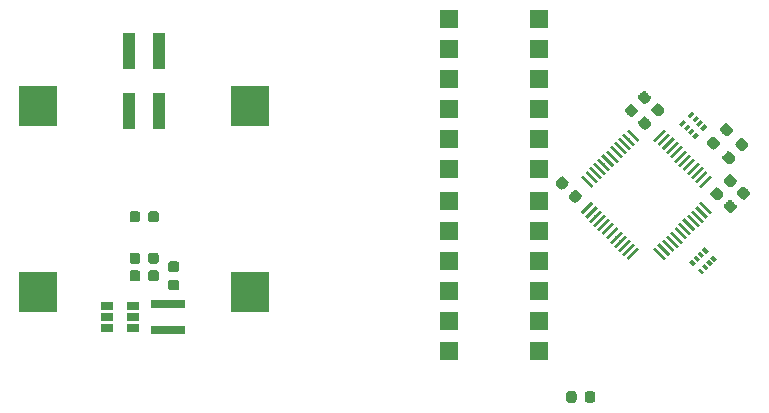
<source format=gbr>
G04 #@! TF.GenerationSoftware,KiCad,Pcbnew,(5.0.0)*
G04 #@! TF.CreationDate,2019-02-27T16:16:10+00:00*
G04 #@! TF.ProjectId,BubbleWatch,427562626C6557617463682E6B696361,rev?*
G04 #@! TF.SameCoordinates,Original*
G04 #@! TF.FileFunction,Paste,Top*
G04 #@! TF.FilePolarity,Positive*
%FSLAX46Y46*%
G04 Gerber Fmt 4.6, Leading zero omitted, Abs format (unit mm)*
G04 Created by KiCad (PCBNEW (5.0.0)) date 02/27/19 16:16:10*
%MOMM*%
%LPD*%
G01*
G04 APERTURE LIST*
%ADD10C,0.250000*%
%ADD11C,0.100000*%
%ADD12R,1.600000X1.600000*%
%ADD13C,0.320000*%
%ADD14R,3.300000X3.500000*%
%ADD15C,0.875000*%
%ADD16R,2.900000X0.800000*%
%ADD17R,1.060000X0.650000*%
%ADD18R,1.000000X3.150000*%
G04 APERTURE END LIST*
D10*
G04 #@! TO.C,U3*
X151544874Y-77482384D03*
D11*
G36*
X151916105Y-76934376D02*
X152092882Y-77111153D01*
X151173643Y-78030392D01*
X150996866Y-77853615D01*
X151916105Y-76934376D01*
X151916105Y-76934376D01*
G37*
D10*
X151191321Y-77128831D03*
D11*
G36*
X151562552Y-76580823D02*
X151739329Y-76757600D01*
X150820090Y-77676839D01*
X150643313Y-77500062D01*
X151562552Y-76580823D01*
X151562552Y-76580823D01*
G37*
D10*
X150837767Y-76775277D03*
D11*
G36*
X151208998Y-76227269D02*
X151385775Y-76404046D01*
X150466536Y-77323285D01*
X150289759Y-77146508D01*
X151208998Y-76227269D01*
X151208998Y-76227269D01*
G37*
D10*
X150484214Y-76421724D03*
D11*
G36*
X150855445Y-75873716D02*
X151032222Y-76050493D01*
X150112983Y-76969732D01*
X149936206Y-76792955D01*
X150855445Y-75873716D01*
X150855445Y-75873716D01*
G37*
D10*
X150130661Y-76068171D03*
D11*
G36*
X150501892Y-75520163D02*
X150678669Y-75696940D01*
X149759430Y-76616179D01*
X149582653Y-76439402D01*
X150501892Y-75520163D01*
X150501892Y-75520163D01*
G37*
D10*
X149777107Y-75714617D03*
D11*
G36*
X150148338Y-75166609D02*
X150325115Y-75343386D01*
X149405876Y-76262625D01*
X149229099Y-76085848D01*
X150148338Y-75166609D01*
X150148338Y-75166609D01*
G37*
D10*
X149423554Y-75361064D03*
D11*
G36*
X149794785Y-74813056D02*
X149971562Y-74989833D01*
X149052323Y-75909072D01*
X148875546Y-75732295D01*
X149794785Y-74813056D01*
X149794785Y-74813056D01*
G37*
D10*
X149070000Y-75007510D03*
D11*
G36*
X149441231Y-74459502D02*
X149618008Y-74636279D01*
X148698769Y-75555518D01*
X148521992Y-75378741D01*
X149441231Y-74459502D01*
X149441231Y-74459502D01*
G37*
D10*
X148716447Y-74653957D03*
D11*
G36*
X149087678Y-74105949D02*
X149264455Y-74282726D01*
X148345216Y-75201965D01*
X148168439Y-75025188D01*
X149087678Y-74105949D01*
X149087678Y-74105949D01*
G37*
D10*
X148362894Y-74300404D03*
D11*
G36*
X148734125Y-73752396D02*
X148910902Y-73929173D01*
X147991663Y-74848412D01*
X147814886Y-74671635D01*
X148734125Y-73752396D01*
X148734125Y-73752396D01*
G37*
D10*
X148009340Y-73946850D03*
D11*
G36*
X148380571Y-73398842D02*
X148557348Y-73575619D01*
X147638109Y-74494858D01*
X147461332Y-74318081D01*
X148380571Y-73398842D01*
X148380571Y-73398842D01*
G37*
D10*
X147655787Y-73593297D03*
D11*
G36*
X148027018Y-73045289D02*
X148203795Y-73222066D01*
X147284556Y-74141305D01*
X147107779Y-73964528D01*
X148027018Y-73045289D01*
X148027018Y-73045289D01*
G37*
D10*
X145393045Y-73593297D03*
D11*
G36*
X144845037Y-73222066D02*
X145021814Y-73045289D01*
X145941053Y-73964528D01*
X145764276Y-74141305D01*
X144845037Y-73222066D01*
X144845037Y-73222066D01*
G37*
D10*
X145039492Y-73946850D03*
D11*
G36*
X144491484Y-73575619D02*
X144668261Y-73398842D01*
X145587500Y-74318081D01*
X145410723Y-74494858D01*
X144491484Y-73575619D01*
X144491484Y-73575619D01*
G37*
D10*
X144685938Y-74300404D03*
D11*
G36*
X144137930Y-73929173D02*
X144314707Y-73752396D01*
X145233946Y-74671635D01*
X145057169Y-74848412D01*
X144137930Y-73929173D01*
X144137930Y-73929173D01*
G37*
D10*
X144332385Y-74653957D03*
D11*
G36*
X143784377Y-74282726D02*
X143961154Y-74105949D01*
X144880393Y-75025188D01*
X144703616Y-75201965D01*
X143784377Y-74282726D01*
X143784377Y-74282726D01*
G37*
D10*
X143978832Y-75007510D03*
D11*
G36*
X143430824Y-74636279D02*
X143607601Y-74459502D01*
X144526840Y-75378741D01*
X144350063Y-75555518D01*
X143430824Y-74636279D01*
X143430824Y-74636279D01*
G37*
D10*
X143625278Y-75361064D03*
D11*
G36*
X143077270Y-74989833D02*
X143254047Y-74813056D01*
X144173286Y-75732295D01*
X143996509Y-75909072D01*
X143077270Y-74989833D01*
X143077270Y-74989833D01*
G37*
D10*
X143271725Y-75714617D03*
D11*
G36*
X142723717Y-75343386D02*
X142900494Y-75166609D01*
X143819733Y-76085848D01*
X143642956Y-76262625D01*
X142723717Y-75343386D01*
X142723717Y-75343386D01*
G37*
D10*
X142918171Y-76068171D03*
D11*
G36*
X142370163Y-75696940D02*
X142546940Y-75520163D01*
X143466179Y-76439402D01*
X143289402Y-76616179D01*
X142370163Y-75696940D01*
X142370163Y-75696940D01*
G37*
D10*
X142564618Y-76421724D03*
D11*
G36*
X142016610Y-76050493D02*
X142193387Y-75873716D01*
X143112626Y-76792955D01*
X142935849Y-76969732D01*
X142016610Y-76050493D01*
X142016610Y-76050493D01*
G37*
D10*
X142211065Y-76775277D03*
D11*
G36*
X141663057Y-76404046D02*
X141839834Y-76227269D01*
X142759073Y-77146508D01*
X142582296Y-77323285D01*
X141663057Y-76404046D01*
X141663057Y-76404046D01*
G37*
D10*
X141857511Y-77128831D03*
D11*
G36*
X141309503Y-76757600D02*
X141486280Y-76580823D01*
X142405519Y-77500062D01*
X142228742Y-77676839D01*
X141309503Y-76757600D01*
X141309503Y-76757600D01*
G37*
D10*
X141503958Y-77482384D03*
D11*
G36*
X140955950Y-77111153D02*
X141132727Y-76934376D01*
X142051966Y-77853615D01*
X141875189Y-78030392D01*
X140955950Y-77111153D01*
X140955950Y-77111153D01*
G37*
D10*
X141503958Y-79745126D03*
D11*
G36*
X141875189Y-79197118D02*
X142051966Y-79373895D01*
X141132727Y-80293134D01*
X140955950Y-80116357D01*
X141875189Y-79197118D01*
X141875189Y-79197118D01*
G37*
D10*
X141857511Y-80098679D03*
D11*
G36*
X142228742Y-79550671D02*
X142405519Y-79727448D01*
X141486280Y-80646687D01*
X141309503Y-80469910D01*
X142228742Y-79550671D01*
X142228742Y-79550671D01*
G37*
D10*
X142211065Y-80452233D03*
D11*
G36*
X142582296Y-79904225D02*
X142759073Y-80081002D01*
X141839834Y-81000241D01*
X141663057Y-80823464D01*
X142582296Y-79904225D01*
X142582296Y-79904225D01*
G37*
D10*
X142564618Y-80805786D03*
D11*
G36*
X142935849Y-80257778D02*
X143112626Y-80434555D01*
X142193387Y-81353794D01*
X142016610Y-81177017D01*
X142935849Y-80257778D01*
X142935849Y-80257778D01*
G37*
D10*
X142918171Y-81159339D03*
D11*
G36*
X143289402Y-80611331D02*
X143466179Y-80788108D01*
X142546940Y-81707347D01*
X142370163Y-81530570D01*
X143289402Y-80611331D01*
X143289402Y-80611331D01*
G37*
D10*
X143271725Y-81512893D03*
D11*
G36*
X143642956Y-80964885D02*
X143819733Y-81141662D01*
X142900494Y-82060901D01*
X142723717Y-81884124D01*
X143642956Y-80964885D01*
X143642956Y-80964885D01*
G37*
D10*
X143625278Y-81866446D03*
D11*
G36*
X143996509Y-81318438D02*
X144173286Y-81495215D01*
X143254047Y-82414454D01*
X143077270Y-82237677D01*
X143996509Y-81318438D01*
X143996509Y-81318438D01*
G37*
D10*
X143978832Y-82220000D03*
D11*
G36*
X144350063Y-81671992D02*
X144526840Y-81848769D01*
X143607601Y-82768008D01*
X143430824Y-82591231D01*
X144350063Y-81671992D01*
X144350063Y-81671992D01*
G37*
D10*
X144332385Y-82573553D03*
D11*
G36*
X144703616Y-82025545D02*
X144880393Y-82202322D01*
X143961154Y-83121561D01*
X143784377Y-82944784D01*
X144703616Y-82025545D01*
X144703616Y-82025545D01*
G37*
D10*
X144685938Y-82927106D03*
D11*
G36*
X145057169Y-82379098D02*
X145233946Y-82555875D01*
X144314707Y-83475114D01*
X144137930Y-83298337D01*
X145057169Y-82379098D01*
X145057169Y-82379098D01*
G37*
D10*
X145039492Y-83280660D03*
D11*
G36*
X145410723Y-82732652D02*
X145587500Y-82909429D01*
X144668261Y-83828668D01*
X144491484Y-83651891D01*
X145410723Y-82732652D01*
X145410723Y-82732652D01*
G37*
D10*
X145393045Y-83634213D03*
D11*
G36*
X145764276Y-83086205D02*
X145941053Y-83262982D01*
X145021814Y-84182221D01*
X144845037Y-84005444D01*
X145764276Y-83086205D01*
X145764276Y-83086205D01*
G37*
D10*
X147655787Y-83634213D03*
D11*
G36*
X147107779Y-83262982D02*
X147284556Y-83086205D01*
X148203795Y-84005444D01*
X148027018Y-84182221D01*
X147107779Y-83262982D01*
X147107779Y-83262982D01*
G37*
D10*
X148009340Y-83280660D03*
D11*
G36*
X147461332Y-82909429D02*
X147638109Y-82732652D01*
X148557348Y-83651891D01*
X148380571Y-83828668D01*
X147461332Y-82909429D01*
X147461332Y-82909429D01*
G37*
D10*
X148362894Y-82927106D03*
D11*
G36*
X147814886Y-82555875D02*
X147991663Y-82379098D01*
X148910902Y-83298337D01*
X148734125Y-83475114D01*
X147814886Y-82555875D01*
X147814886Y-82555875D01*
G37*
D10*
X148716447Y-82573553D03*
D11*
G36*
X148168439Y-82202322D02*
X148345216Y-82025545D01*
X149264455Y-82944784D01*
X149087678Y-83121561D01*
X148168439Y-82202322D01*
X148168439Y-82202322D01*
G37*
D10*
X149070000Y-82220000D03*
D11*
G36*
X148521992Y-81848769D02*
X148698769Y-81671992D01*
X149618008Y-82591231D01*
X149441231Y-82768008D01*
X148521992Y-81848769D01*
X148521992Y-81848769D01*
G37*
D10*
X149423554Y-81866446D03*
D11*
G36*
X148875546Y-81495215D02*
X149052323Y-81318438D01*
X149971562Y-82237677D01*
X149794785Y-82414454D01*
X148875546Y-81495215D01*
X148875546Y-81495215D01*
G37*
D10*
X149777107Y-81512893D03*
D11*
G36*
X149229099Y-81141662D02*
X149405876Y-80964885D01*
X150325115Y-81884124D01*
X150148338Y-82060901D01*
X149229099Y-81141662D01*
X149229099Y-81141662D01*
G37*
D10*
X150130661Y-81159339D03*
D11*
G36*
X149582653Y-80788108D02*
X149759430Y-80611331D01*
X150678669Y-81530570D01*
X150501892Y-81707347D01*
X149582653Y-80788108D01*
X149582653Y-80788108D01*
G37*
D10*
X150484214Y-80805786D03*
D11*
G36*
X149936206Y-80434555D02*
X150112983Y-80257778D01*
X151032222Y-81177017D01*
X150855445Y-81353794D01*
X149936206Y-80434555D01*
X149936206Y-80434555D01*
G37*
D10*
X150837767Y-80452233D03*
D11*
G36*
X150289759Y-80081002D02*
X150466536Y-79904225D01*
X151385775Y-80823464D01*
X151208998Y-81000241D01*
X150289759Y-80081002D01*
X150289759Y-80081002D01*
G37*
D10*
X151191321Y-80098679D03*
D11*
G36*
X150643313Y-79727448D02*
X150820090Y-79550671D01*
X151739329Y-80469910D01*
X151562552Y-80646687D01*
X150643313Y-79727448D01*
X150643313Y-79727448D01*
G37*
D10*
X151544874Y-79745126D03*
D11*
G36*
X150996866Y-79373895D02*
X151173643Y-79197118D01*
X152092882Y-80116357D01*
X151916105Y-80293134D01*
X150996866Y-79373895D01*
X150996866Y-79373895D01*
G37*
G04 #@! TD*
D12*
G04 #@! TO.C,U2*
X129790000Y-79150000D03*
X137410000Y-91850000D03*
X129790000Y-81690000D03*
X137410000Y-89310000D03*
X129790000Y-84230000D03*
X137410000Y-86770000D03*
X129790000Y-86770000D03*
X137410000Y-84230000D03*
X129790000Y-89310000D03*
X137410000Y-81690000D03*
X129790000Y-91850000D03*
X137410000Y-79150000D03*
G04 #@! TD*
D13*
G04 #@! TO.C,RN2*
X151146446Y-85103553D03*
D11*
G36*
X150856532Y-85039913D02*
X151082806Y-84813639D01*
X151436360Y-85167193D01*
X151210086Y-85393467D01*
X150856532Y-85039913D01*
X150856532Y-85039913D01*
G37*
D13*
X151500000Y-84750000D03*
D11*
G36*
X151210086Y-84686360D02*
X151436360Y-84460086D01*
X151789914Y-84813640D01*
X151563640Y-85039914D01*
X151210086Y-84686360D01*
X151210086Y-84686360D01*
G37*
D13*
X152207106Y-84042893D03*
D11*
G36*
X151917192Y-83979253D02*
X152143466Y-83752979D01*
X152497020Y-84106533D01*
X152270746Y-84332807D01*
X151917192Y-83979253D01*
X151917192Y-83979253D01*
G37*
D13*
X151853553Y-84396447D03*
D11*
G36*
X151563639Y-84332807D02*
X151789913Y-84106533D01*
X152143467Y-84460087D01*
X151917193Y-84686361D01*
X151563639Y-84332807D01*
X151563639Y-84332807D01*
G37*
D13*
X150439340Y-84396447D03*
D11*
G36*
X150149426Y-84332807D02*
X150375700Y-84106533D01*
X150729254Y-84460087D01*
X150502980Y-84686361D01*
X150149426Y-84332807D01*
X150149426Y-84332807D01*
G37*
D13*
X151146446Y-83689340D03*
D11*
G36*
X150856532Y-83625700D02*
X151082806Y-83399426D01*
X151436360Y-83752980D01*
X151210086Y-83979254D01*
X150856532Y-83625700D01*
X150856532Y-83625700D01*
G37*
D13*
X150792893Y-84042893D03*
D11*
G36*
X150502979Y-83979253D02*
X150729253Y-83752979D01*
X151082807Y-84106533D01*
X150856533Y-84332807D01*
X150502979Y-83979253D01*
X150502979Y-83979253D01*
G37*
D13*
X151500000Y-83335787D03*
D11*
G36*
X151210086Y-83272147D02*
X151436360Y-83045873D01*
X151789914Y-83399427D01*
X151563640Y-83625701D01*
X151210086Y-83272147D01*
X151210086Y-83272147D01*
G37*
G04 #@! TD*
D12*
G04 #@! TO.C,U1*
X137410000Y-63750000D03*
X129790000Y-76450000D03*
X137410000Y-66290000D03*
X129790000Y-73910000D03*
X137410000Y-68830000D03*
X129790000Y-71370000D03*
X137410000Y-71370000D03*
X129790000Y-68830000D03*
X137410000Y-73910000D03*
X129790000Y-66290000D03*
X137410000Y-76450000D03*
X129790000Y-63750000D03*
G04 #@! TD*
D14*
G04 #@! TO.C,BT1*
X113000000Y-86900000D03*
X113000000Y-71100000D03*
G04 #@! TD*
G04 #@! TO.C,BT2*
X95000000Y-86900000D03*
X95000000Y-71100000D03*
G04 #@! TD*
D11*
G04 #@! TO.C,C1*
G36*
X145244924Y-70946427D02*
X145266159Y-70949577D01*
X145286983Y-70954793D01*
X145307195Y-70962025D01*
X145326601Y-70971204D01*
X145345014Y-70982240D01*
X145362257Y-70995028D01*
X145378163Y-71009444D01*
X145740556Y-71371837D01*
X145754972Y-71387743D01*
X145767760Y-71404986D01*
X145778796Y-71423399D01*
X145787975Y-71442805D01*
X145795207Y-71463017D01*
X145800423Y-71483841D01*
X145803573Y-71505076D01*
X145804626Y-71526517D01*
X145803573Y-71547958D01*
X145800423Y-71569193D01*
X145795207Y-71590017D01*
X145787975Y-71610229D01*
X145778796Y-71629635D01*
X145767760Y-71648048D01*
X145754972Y-71665291D01*
X145740556Y-71681197D01*
X145431197Y-71990556D01*
X145415291Y-72004972D01*
X145398048Y-72017760D01*
X145379635Y-72028796D01*
X145360229Y-72037975D01*
X145340017Y-72045207D01*
X145319193Y-72050423D01*
X145297958Y-72053573D01*
X145276517Y-72054626D01*
X145255076Y-72053573D01*
X145233841Y-72050423D01*
X145213017Y-72045207D01*
X145192805Y-72037975D01*
X145173399Y-72028796D01*
X145154986Y-72017760D01*
X145137743Y-72004972D01*
X145121837Y-71990556D01*
X144759444Y-71628163D01*
X144745028Y-71612257D01*
X144732240Y-71595014D01*
X144721204Y-71576601D01*
X144712025Y-71557195D01*
X144704793Y-71536983D01*
X144699577Y-71516159D01*
X144696427Y-71494924D01*
X144695374Y-71473483D01*
X144696427Y-71452042D01*
X144699577Y-71430807D01*
X144704793Y-71409983D01*
X144712025Y-71389771D01*
X144721204Y-71370365D01*
X144732240Y-71351952D01*
X144745028Y-71334709D01*
X144759444Y-71318803D01*
X145068803Y-71009444D01*
X145084709Y-70995028D01*
X145101952Y-70982240D01*
X145120365Y-70971204D01*
X145139771Y-70962025D01*
X145159983Y-70954793D01*
X145180807Y-70949577D01*
X145202042Y-70946427D01*
X145223483Y-70945374D01*
X145244924Y-70946427D01*
X145244924Y-70946427D01*
G37*
D15*
X145250000Y-71500000D03*
D11*
G36*
X146358618Y-69832733D02*
X146379853Y-69835883D01*
X146400677Y-69841099D01*
X146420889Y-69848331D01*
X146440295Y-69857510D01*
X146458708Y-69868546D01*
X146475951Y-69881334D01*
X146491857Y-69895750D01*
X146854250Y-70258143D01*
X146868666Y-70274049D01*
X146881454Y-70291292D01*
X146892490Y-70309705D01*
X146901669Y-70329111D01*
X146908901Y-70349323D01*
X146914117Y-70370147D01*
X146917267Y-70391382D01*
X146918320Y-70412823D01*
X146917267Y-70434264D01*
X146914117Y-70455499D01*
X146908901Y-70476323D01*
X146901669Y-70496535D01*
X146892490Y-70515941D01*
X146881454Y-70534354D01*
X146868666Y-70551597D01*
X146854250Y-70567503D01*
X146544891Y-70876862D01*
X146528985Y-70891278D01*
X146511742Y-70904066D01*
X146493329Y-70915102D01*
X146473923Y-70924281D01*
X146453711Y-70931513D01*
X146432887Y-70936729D01*
X146411652Y-70939879D01*
X146390211Y-70940932D01*
X146368770Y-70939879D01*
X146347535Y-70936729D01*
X146326711Y-70931513D01*
X146306499Y-70924281D01*
X146287093Y-70915102D01*
X146268680Y-70904066D01*
X146251437Y-70891278D01*
X146235531Y-70876862D01*
X145873138Y-70514469D01*
X145858722Y-70498563D01*
X145845934Y-70481320D01*
X145834898Y-70462907D01*
X145825719Y-70443501D01*
X145818487Y-70423289D01*
X145813271Y-70402465D01*
X145810121Y-70381230D01*
X145809068Y-70359789D01*
X145810121Y-70338348D01*
X145813271Y-70317113D01*
X145818487Y-70296289D01*
X145825719Y-70276077D01*
X145834898Y-70256671D01*
X145845934Y-70238258D01*
X145858722Y-70221015D01*
X145873138Y-70205109D01*
X146182497Y-69895750D01*
X146198403Y-69881334D01*
X146215646Y-69868546D01*
X146234059Y-69857510D01*
X146253465Y-69848331D01*
X146273677Y-69841099D01*
X146294501Y-69835883D01*
X146315736Y-69832733D01*
X146337177Y-69831680D01*
X146358618Y-69832733D01*
X146358618Y-69832733D01*
G37*
D15*
X146363694Y-70386306D03*
G04 #@! TD*
D11*
G04 #@! TO.C,C2*
G36*
X153631230Y-79060121D02*
X153652465Y-79063271D01*
X153673289Y-79068487D01*
X153693501Y-79075719D01*
X153712907Y-79084898D01*
X153731320Y-79095934D01*
X153748563Y-79108722D01*
X153764469Y-79123138D01*
X154126862Y-79485531D01*
X154141278Y-79501437D01*
X154154066Y-79518680D01*
X154165102Y-79537093D01*
X154174281Y-79556499D01*
X154181513Y-79576711D01*
X154186729Y-79597535D01*
X154189879Y-79618770D01*
X154190932Y-79640211D01*
X154189879Y-79661652D01*
X154186729Y-79682887D01*
X154181513Y-79703711D01*
X154174281Y-79723923D01*
X154165102Y-79743329D01*
X154154066Y-79761742D01*
X154141278Y-79778985D01*
X154126862Y-79794891D01*
X153817503Y-80104250D01*
X153801597Y-80118666D01*
X153784354Y-80131454D01*
X153765941Y-80142490D01*
X153746535Y-80151669D01*
X153726323Y-80158901D01*
X153705499Y-80164117D01*
X153684264Y-80167267D01*
X153662823Y-80168320D01*
X153641382Y-80167267D01*
X153620147Y-80164117D01*
X153599323Y-80158901D01*
X153579111Y-80151669D01*
X153559705Y-80142490D01*
X153541292Y-80131454D01*
X153524049Y-80118666D01*
X153508143Y-80104250D01*
X153145750Y-79741857D01*
X153131334Y-79725951D01*
X153118546Y-79708708D01*
X153107510Y-79690295D01*
X153098331Y-79670889D01*
X153091099Y-79650677D01*
X153085883Y-79629853D01*
X153082733Y-79608618D01*
X153081680Y-79587177D01*
X153082733Y-79565736D01*
X153085883Y-79544501D01*
X153091099Y-79523677D01*
X153098331Y-79503465D01*
X153107510Y-79484059D01*
X153118546Y-79465646D01*
X153131334Y-79448403D01*
X153145750Y-79432497D01*
X153455109Y-79123138D01*
X153471015Y-79108722D01*
X153488258Y-79095934D01*
X153506671Y-79084898D01*
X153526077Y-79075719D01*
X153546289Y-79068487D01*
X153567113Y-79063271D01*
X153588348Y-79060121D01*
X153609789Y-79059068D01*
X153631230Y-79060121D01*
X153631230Y-79060121D01*
G37*
D15*
X153636306Y-79613694D03*
D11*
G36*
X154744924Y-77946427D02*
X154766159Y-77949577D01*
X154786983Y-77954793D01*
X154807195Y-77962025D01*
X154826601Y-77971204D01*
X154845014Y-77982240D01*
X154862257Y-77995028D01*
X154878163Y-78009444D01*
X155240556Y-78371837D01*
X155254972Y-78387743D01*
X155267760Y-78404986D01*
X155278796Y-78423399D01*
X155287975Y-78442805D01*
X155295207Y-78463017D01*
X155300423Y-78483841D01*
X155303573Y-78505076D01*
X155304626Y-78526517D01*
X155303573Y-78547958D01*
X155300423Y-78569193D01*
X155295207Y-78590017D01*
X155287975Y-78610229D01*
X155278796Y-78629635D01*
X155267760Y-78648048D01*
X155254972Y-78665291D01*
X155240556Y-78681197D01*
X154931197Y-78990556D01*
X154915291Y-79004972D01*
X154898048Y-79017760D01*
X154879635Y-79028796D01*
X154860229Y-79037975D01*
X154840017Y-79045207D01*
X154819193Y-79050423D01*
X154797958Y-79053573D01*
X154776517Y-79054626D01*
X154755076Y-79053573D01*
X154733841Y-79050423D01*
X154713017Y-79045207D01*
X154692805Y-79037975D01*
X154673399Y-79028796D01*
X154654986Y-79017760D01*
X154637743Y-79004972D01*
X154621837Y-78990556D01*
X154259444Y-78628163D01*
X154245028Y-78612257D01*
X154232240Y-78595014D01*
X154221204Y-78576601D01*
X154212025Y-78557195D01*
X154204793Y-78536983D01*
X154199577Y-78516159D01*
X154196427Y-78494924D01*
X154195374Y-78473483D01*
X154196427Y-78452042D01*
X154199577Y-78430807D01*
X154204793Y-78409983D01*
X154212025Y-78389771D01*
X154221204Y-78370365D01*
X154232240Y-78351952D01*
X154245028Y-78334709D01*
X154259444Y-78318803D01*
X154568803Y-78009444D01*
X154584709Y-77995028D01*
X154601952Y-77982240D01*
X154620365Y-77971204D01*
X154639771Y-77962025D01*
X154659983Y-77954793D01*
X154680807Y-77949577D01*
X154702042Y-77946427D01*
X154723483Y-77945374D01*
X154744924Y-77946427D01*
X154744924Y-77946427D01*
G37*
D15*
X154750000Y-78500000D03*
G04 #@! TD*
D11*
G04 #@! TO.C,C3*
G36*
X139434264Y-77082733D02*
X139455499Y-77085883D01*
X139476323Y-77091099D01*
X139496535Y-77098331D01*
X139515941Y-77107510D01*
X139534354Y-77118546D01*
X139551597Y-77131334D01*
X139567503Y-77145750D01*
X139876862Y-77455109D01*
X139891278Y-77471015D01*
X139904066Y-77488258D01*
X139915102Y-77506671D01*
X139924281Y-77526077D01*
X139931513Y-77546289D01*
X139936729Y-77567113D01*
X139939879Y-77588348D01*
X139940932Y-77609789D01*
X139939879Y-77631230D01*
X139936729Y-77652465D01*
X139931513Y-77673289D01*
X139924281Y-77693501D01*
X139915102Y-77712907D01*
X139904066Y-77731320D01*
X139891278Y-77748563D01*
X139876862Y-77764469D01*
X139514469Y-78126862D01*
X139498563Y-78141278D01*
X139481320Y-78154066D01*
X139462907Y-78165102D01*
X139443501Y-78174281D01*
X139423289Y-78181513D01*
X139402465Y-78186729D01*
X139381230Y-78189879D01*
X139359789Y-78190932D01*
X139338348Y-78189879D01*
X139317113Y-78186729D01*
X139296289Y-78181513D01*
X139276077Y-78174281D01*
X139256671Y-78165102D01*
X139238258Y-78154066D01*
X139221015Y-78141278D01*
X139205109Y-78126862D01*
X138895750Y-77817503D01*
X138881334Y-77801597D01*
X138868546Y-77784354D01*
X138857510Y-77765941D01*
X138848331Y-77746535D01*
X138841099Y-77726323D01*
X138835883Y-77705499D01*
X138832733Y-77684264D01*
X138831680Y-77662823D01*
X138832733Y-77641382D01*
X138835883Y-77620147D01*
X138841099Y-77599323D01*
X138848331Y-77579111D01*
X138857510Y-77559705D01*
X138868546Y-77541292D01*
X138881334Y-77524049D01*
X138895750Y-77508143D01*
X139258143Y-77145750D01*
X139274049Y-77131334D01*
X139291292Y-77118546D01*
X139309705Y-77107510D01*
X139329111Y-77098331D01*
X139349323Y-77091099D01*
X139370147Y-77085883D01*
X139391382Y-77082733D01*
X139412823Y-77081680D01*
X139434264Y-77082733D01*
X139434264Y-77082733D01*
G37*
D15*
X139386306Y-77636306D03*
D11*
G36*
X140547958Y-78196427D02*
X140569193Y-78199577D01*
X140590017Y-78204793D01*
X140610229Y-78212025D01*
X140629635Y-78221204D01*
X140648048Y-78232240D01*
X140665291Y-78245028D01*
X140681197Y-78259444D01*
X140990556Y-78568803D01*
X141004972Y-78584709D01*
X141017760Y-78601952D01*
X141028796Y-78620365D01*
X141037975Y-78639771D01*
X141045207Y-78659983D01*
X141050423Y-78680807D01*
X141053573Y-78702042D01*
X141054626Y-78723483D01*
X141053573Y-78744924D01*
X141050423Y-78766159D01*
X141045207Y-78786983D01*
X141037975Y-78807195D01*
X141028796Y-78826601D01*
X141017760Y-78845014D01*
X141004972Y-78862257D01*
X140990556Y-78878163D01*
X140628163Y-79240556D01*
X140612257Y-79254972D01*
X140595014Y-79267760D01*
X140576601Y-79278796D01*
X140557195Y-79287975D01*
X140536983Y-79295207D01*
X140516159Y-79300423D01*
X140494924Y-79303573D01*
X140473483Y-79304626D01*
X140452042Y-79303573D01*
X140430807Y-79300423D01*
X140409983Y-79295207D01*
X140389771Y-79287975D01*
X140370365Y-79278796D01*
X140351952Y-79267760D01*
X140334709Y-79254972D01*
X140318803Y-79240556D01*
X140009444Y-78931197D01*
X139995028Y-78915291D01*
X139982240Y-78898048D01*
X139971204Y-78879635D01*
X139962025Y-78860229D01*
X139954793Y-78840017D01*
X139949577Y-78819193D01*
X139946427Y-78797958D01*
X139945374Y-78776517D01*
X139946427Y-78755076D01*
X139949577Y-78733841D01*
X139954793Y-78713017D01*
X139962025Y-78692805D01*
X139971204Y-78673399D01*
X139982240Y-78654986D01*
X139995028Y-78637743D01*
X140009444Y-78621837D01*
X140371837Y-78259444D01*
X140387743Y-78245028D01*
X140404986Y-78232240D01*
X140423399Y-78221204D01*
X140442805Y-78212025D01*
X140463017Y-78204793D01*
X140483841Y-78199577D01*
X140505076Y-78196427D01*
X140526517Y-78195374D01*
X140547958Y-78196427D01*
X140547958Y-78196427D01*
G37*
D15*
X140500000Y-78750000D03*
G04 #@! TD*
D11*
G04 #@! TO.C,C4*
G36*
X146381230Y-72003274D02*
X146402465Y-72006424D01*
X146423289Y-72011640D01*
X146443501Y-72018872D01*
X146462907Y-72028051D01*
X146481320Y-72039087D01*
X146498563Y-72051875D01*
X146514469Y-72066291D01*
X146876862Y-72428684D01*
X146891278Y-72444590D01*
X146904066Y-72461833D01*
X146915102Y-72480246D01*
X146924281Y-72499652D01*
X146931513Y-72519864D01*
X146936729Y-72540688D01*
X146939879Y-72561923D01*
X146940932Y-72583364D01*
X146939879Y-72604805D01*
X146936729Y-72626040D01*
X146931513Y-72646864D01*
X146924281Y-72667076D01*
X146915102Y-72686482D01*
X146904066Y-72704895D01*
X146891278Y-72722138D01*
X146876862Y-72738044D01*
X146567503Y-73047403D01*
X146551597Y-73061819D01*
X146534354Y-73074607D01*
X146515941Y-73085643D01*
X146496535Y-73094822D01*
X146476323Y-73102054D01*
X146455499Y-73107270D01*
X146434264Y-73110420D01*
X146412823Y-73111473D01*
X146391382Y-73110420D01*
X146370147Y-73107270D01*
X146349323Y-73102054D01*
X146329111Y-73094822D01*
X146309705Y-73085643D01*
X146291292Y-73074607D01*
X146274049Y-73061819D01*
X146258143Y-73047403D01*
X145895750Y-72685010D01*
X145881334Y-72669104D01*
X145868546Y-72651861D01*
X145857510Y-72633448D01*
X145848331Y-72614042D01*
X145841099Y-72593830D01*
X145835883Y-72573006D01*
X145832733Y-72551771D01*
X145831680Y-72530330D01*
X145832733Y-72508889D01*
X145835883Y-72487654D01*
X145841099Y-72466830D01*
X145848331Y-72446618D01*
X145857510Y-72427212D01*
X145868546Y-72408799D01*
X145881334Y-72391556D01*
X145895750Y-72375650D01*
X146205109Y-72066291D01*
X146221015Y-72051875D01*
X146238258Y-72039087D01*
X146256671Y-72028051D01*
X146276077Y-72018872D01*
X146296289Y-72011640D01*
X146317113Y-72006424D01*
X146338348Y-72003274D01*
X146359789Y-72002221D01*
X146381230Y-72003274D01*
X146381230Y-72003274D01*
G37*
D15*
X146386306Y-72556847D03*
D11*
G36*
X147494924Y-70889580D02*
X147516159Y-70892730D01*
X147536983Y-70897946D01*
X147557195Y-70905178D01*
X147576601Y-70914357D01*
X147595014Y-70925393D01*
X147612257Y-70938181D01*
X147628163Y-70952597D01*
X147990556Y-71314990D01*
X148004972Y-71330896D01*
X148017760Y-71348139D01*
X148028796Y-71366552D01*
X148037975Y-71385958D01*
X148045207Y-71406170D01*
X148050423Y-71426994D01*
X148053573Y-71448229D01*
X148054626Y-71469670D01*
X148053573Y-71491111D01*
X148050423Y-71512346D01*
X148045207Y-71533170D01*
X148037975Y-71553382D01*
X148028796Y-71572788D01*
X148017760Y-71591201D01*
X148004972Y-71608444D01*
X147990556Y-71624350D01*
X147681197Y-71933709D01*
X147665291Y-71948125D01*
X147648048Y-71960913D01*
X147629635Y-71971949D01*
X147610229Y-71981128D01*
X147590017Y-71988360D01*
X147569193Y-71993576D01*
X147547958Y-71996726D01*
X147526517Y-71997779D01*
X147505076Y-71996726D01*
X147483841Y-71993576D01*
X147463017Y-71988360D01*
X147442805Y-71981128D01*
X147423399Y-71971949D01*
X147404986Y-71960913D01*
X147387743Y-71948125D01*
X147371837Y-71933709D01*
X147009444Y-71571316D01*
X146995028Y-71555410D01*
X146982240Y-71538167D01*
X146971204Y-71519754D01*
X146962025Y-71500348D01*
X146954793Y-71480136D01*
X146949577Y-71459312D01*
X146946427Y-71438077D01*
X146945374Y-71416636D01*
X146946427Y-71395195D01*
X146949577Y-71373960D01*
X146954793Y-71353136D01*
X146962025Y-71332924D01*
X146971204Y-71313518D01*
X146982240Y-71295105D01*
X146995028Y-71277862D01*
X147009444Y-71261956D01*
X147318803Y-70952597D01*
X147334709Y-70938181D01*
X147351952Y-70925393D01*
X147370365Y-70914357D01*
X147389771Y-70905178D01*
X147409983Y-70897946D01*
X147430807Y-70892730D01*
X147452042Y-70889580D01*
X147473483Y-70888527D01*
X147494924Y-70889580D01*
X147494924Y-70889580D01*
G37*
D15*
X147500000Y-71443153D03*
G04 #@! TD*
D11*
G04 #@! TO.C,C5*
G36*
X153608618Y-76889580D02*
X153629853Y-76892730D01*
X153650677Y-76897946D01*
X153670889Y-76905178D01*
X153690295Y-76914357D01*
X153708708Y-76925393D01*
X153725951Y-76938181D01*
X153741857Y-76952597D01*
X154104250Y-77314990D01*
X154118666Y-77330896D01*
X154131454Y-77348139D01*
X154142490Y-77366552D01*
X154151669Y-77385958D01*
X154158901Y-77406170D01*
X154164117Y-77426994D01*
X154167267Y-77448229D01*
X154168320Y-77469670D01*
X154167267Y-77491111D01*
X154164117Y-77512346D01*
X154158901Y-77533170D01*
X154151669Y-77553382D01*
X154142490Y-77572788D01*
X154131454Y-77591201D01*
X154118666Y-77608444D01*
X154104250Y-77624350D01*
X153794891Y-77933709D01*
X153778985Y-77948125D01*
X153761742Y-77960913D01*
X153743329Y-77971949D01*
X153723923Y-77981128D01*
X153703711Y-77988360D01*
X153682887Y-77993576D01*
X153661652Y-77996726D01*
X153640211Y-77997779D01*
X153618770Y-77996726D01*
X153597535Y-77993576D01*
X153576711Y-77988360D01*
X153556499Y-77981128D01*
X153537093Y-77971949D01*
X153518680Y-77960913D01*
X153501437Y-77948125D01*
X153485531Y-77933709D01*
X153123138Y-77571316D01*
X153108722Y-77555410D01*
X153095934Y-77538167D01*
X153084898Y-77519754D01*
X153075719Y-77500348D01*
X153068487Y-77480136D01*
X153063271Y-77459312D01*
X153060121Y-77438077D01*
X153059068Y-77416636D01*
X153060121Y-77395195D01*
X153063271Y-77373960D01*
X153068487Y-77353136D01*
X153075719Y-77332924D01*
X153084898Y-77313518D01*
X153095934Y-77295105D01*
X153108722Y-77277862D01*
X153123138Y-77261956D01*
X153432497Y-76952597D01*
X153448403Y-76938181D01*
X153465646Y-76925393D01*
X153484059Y-76914357D01*
X153503465Y-76905178D01*
X153523677Y-76897946D01*
X153544501Y-76892730D01*
X153565736Y-76889580D01*
X153587177Y-76888527D01*
X153608618Y-76889580D01*
X153608618Y-76889580D01*
G37*
D15*
X153613694Y-77443153D03*
D11*
G36*
X152494924Y-78003274D02*
X152516159Y-78006424D01*
X152536983Y-78011640D01*
X152557195Y-78018872D01*
X152576601Y-78028051D01*
X152595014Y-78039087D01*
X152612257Y-78051875D01*
X152628163Y-78066291D01*
X152990556Y-78428684D01*
X153004972Y-78444590D01*
X153017760Y-78461833D01*
X153028796Y-78480246D01*
X153037975Y-78499652D01*
X153045207Y-78519864D01*
X153050423Y-78540688D01*
X153053573Y-78561923D01*
X153054626Y-78583364D01*
X153053573Y-78604805D01*
X153050423Y-78626040D01*
X153045207Y-78646864D01*
X153037975Y-78667076D01*
X153028796Y-78686482D01*
X153017760Y-78704895D01*
X153004972Y-78722138D01*
X152990556Y-78738044D01*
X152681197Y-79047403D01*
X152665291Y-79061819D01*
X152648048Y-79074607D01*
X152629635Y-79085643D01*
X152610229Y-79094822D01*
X152590017Y-79102054D01*
X152569193Y-79107270D01*
X152547958Y-79110420D01*
X152526517Y-79111473D01*
X152505076Y-79110420D01*
X152483841Y-79107270D01*
X152463017Y-79102054D01*
X152442805Y-79094822D01*
X152423399Y-79085643D01*
X152404986Y-79074607D01*
X152387743Y-79061819D01*
X152371837Y-79047403D01*
X152009444Y-78685010D01*
X151995028Y-78669104D01*
X151982240Y-78651861D01*
X151971204Y-78633448D01*
X151962025Y-78614042D01*
X151954793Y-78593830D01*
X151949577Y-78573006D01*
X151946427Y-78551771D01*
X151945374Y-78530330D01*
X151946427Y-78508889D01*
X151949577Y-78487654D01*
X151954793Y-78466830D01*
X151962025Y-78446618D01*
X151971204Y-78427212D01*
X151982240Y-78408799D01*
X151995028Y-78391556D01*
X152009444Y-78375650D01*
X152318803Y-78066291D01*
X152334709Y-78051875D01*
X152351952Y-78039087D01*
X152370365Y-78028051D01*
X152389771Y-78018872D01*
X152409983Y-78011640D01*
X152430807Y-78006424D01*
X152452042Y-78003274D01*
X152473483Y-78002221D01*
X152494924Y-78003274D01*
X152494924Y-78003274D01*
G37*
D15*
X152500000Y-78556847D03*
G04 #@! TD*
D11*
G04 #@! TO.C,C6*
G36*
X153494924Y-74946427D02*
X153516159Y-74949577D01*
X153536983Y-74954793D01*
X153557195Y-74962025D01*
X153576601Y-74971204D01*
X153595014Y-74982240D01*
X153612257Y-74995028D01*
X153628163Y-75009444D01*
X153990556Y-75371837D01*
X154004972Y-75387743D01*
X154017760Y-75404986D01*
X154028796Y-75423399D01*
X154037975Y-75442805D01*
X154045207Y-75463017D01*
X154050423Y-75483841D01*
X154053573Y-75505076D01*
X154054626Y-75526517D01*
X154053573Y-75547958D01*
X154050423Y-75569193D01*
X154045207Y-75590017D01*
X154037975Y-75610229D01*
X154028796Y-75629635D01*
X154017760Y-75648048D01*
X154004972Y-75665291D01*
X153990556Y-75681197D01*
X153681197Y-75990556D01*
X153665291Y-76004972D01*
X153648048Y-76017760D01*
X153629635Y-76028796D01*
X153610229Y-76037975D01*
X153590017Y-76045207D01*
X153569193Y-76050423D01*
X153547958Y-76053573D01*
X153526517Y-76054626D01*
X153505076Y-76053573D01*
X153483841Y-76050423D01*
X153463017Y-76045207D01*
X153442805Y-76037975D01*
X153423399Y-76028796D01*
X153404986Y-76017760D01*
X153387743Y-76004972D01*
X153371837Y-75990556D01*
X153009444Y-75628163D01*
X152995028Y-75612257D01*
X152982240Y-75595014D01*
X152971204Y-75576601D01*
X152962025Y-75557195D01*
X152954793Y-75536983D01*
X152949577Y-75516159D01*
X152946427Y-75494924D01*
X152945374Y-75473483D01*
X152946427Y-75452042D01*
X152949577Y-75430807D01*
X152954793Y-75409983D01*
X152962025Y-75389771D01*
X152971204Y-75370365D01*
X152982240Y-75351952D01*
X152995028Y-75334709D01*
X153009444Y-75318803D01*
X153318803Y-75009444D01*
X153334709Y-74995028D01*
X153351952Y-74982240D01*
X153370365Y-74971204D01*
X153389771Y-74962025D01*
X153409983Y-74954793D01*
X153430807Y-74949577D01*
X153452042Y-74946427D01*
X153473483Y-74945374D01*
X153494924Y-74946427D01*
X153494924Y-74946427D01*
G37*
D15*
X153500000Y-75500000D03*
D11*
G36*
X154608618Y-73832733D02*
X154629853Y-73835883D01*
X154650677Y-73841099D01*
X154670889Y-73848331D01*
X154690295Y-73857510D01*
X154708708Y-73868546D01*
X154725951Y-73881334D01*
X154741857Y-73895750D01*
X155104250Y-74258143D01*
X155118666Y-74274049D01*
X155131454Y-74291292D01*
X155142490Y-74309705D01*
X155151669Y-74329111D01*
X155158901Y-74349323D01*
X155164117Y-74370147D01*
X155167267Y-74391382D01*
X155168320Y-74412823D01*
X155167267Y-74434264D01*
X155164117Y-74455499D01*
X155158901Y-74476323D01*
X155151669Y-74496535D01*
X155142490Y-74515941D01*
X155131454Y-74534354D01*
X155118666Y-74551597D01*
X155104250Y-74567503D01*
X154794891Y-74876862D01*
X154778985Y-74891278D01*
X154761742Y-74904066D01*
X154743329Y-74915102D01*
X154723923Y-74924281D01*
X154703711Y-74931513D01*
X154682887Y-74936729D01*
X154661652Y-74939879D01*
X154640211Y-74940932D01*
X154618770Y-74939879D01*
X154597535Y-74936729D01*
X154576711Y-74931513D01*
X154556499Y-74924281D01*
X154537093Y-74915102D01*
X154518680Y-74904066D01*
X154501437Y-74891278D01*
X154485531Y-74876862D01*
X154123138Y-74514469D01*
X154108722Y-74498563D01*
X154095934Y-74481320D01*
X154084898Y-74462907D01*
X154075719Y-74443501D01*
X154068487Y-74423289D01*
X154063271Y-74402465D01*
X154060121Y-74381230D01*
X154059068Y-74359789D01*
X154060121Y-74338348D01*
X154063271Y-74317113D01*
X154068487Y-74296289D01*
X154075719Y-74276077D01*
X154084898Y-74256671D01*
X154095934Y-74238258D01*
X154108722Y-74221015D01*
X154123138Y-74205109D01*
X154432497Y-73895750D01*
X154448403Y-73881334D01*
X154465646Y-73868546D01*
X154484059Y-73857510D01*
X154503465Y-73848331D01*
X154523677Y-73841099D01*
X154544501Y-73835883D01*
X154565736Y-73832733D01*
X154587177Y-73831680D01*
X154608618Y-73832733D01*
X154608618Y-73832733D01*
G37*
D15*
X154613694Y-74386306D03*
G04 #@! TD*
D11*
G04 #@! TO.C,C7*
G36*
X106777691Y-85851053D02*
X106798926Y-85854203D01*
X106819750Y-85859419D01*
X106839962Y-85866651D01*
X106859368Y-85875830D01*
X106877781Y-85886866D01*
X106895024Y-85899654D01*
X106910930Y-85914070D01*
X106925346Y-85929976D01*
X106938134Y-85947219D01*
X106949170Y-85965632D01*
X106958349Y-85985038D01*
X106965581Y-86005250D01*
X106970797Y-86026074D01*
X106973947Y-86047309D01*
X106975000Y-86068750D01*
X106975000Y-86506250D01*
X106973947Y-86527691D01*
X106970797Y-86548926D01*
X106965581Y-86569750D01*
X106958349Y-86589962D01*
X106949170Y-86609368D01*
X106938134Y-86627781D01*
X106925346Y-86645024D01*
X106910930Y-86660930D01*
X106895024Y-86675346D01*
X106877781Y-86688134D01*
X106859368Y-86699170D01*
X106839962Y-86708349D01*
X106819750Y-86715581D01*
X106798926Y-86720797D01*
X106777691Y-86723947D01*
X106756250Y-86725000D01*
X106243750Y-86725000D01*
X106222309Y-86723947D01*
X106201074Y-86720797D01*
X106180250Y-86715581D01*
X106160038Y-86708349D01*
X106140632Y-86699170D01*
X106122219Y-86688134D01*
X106104976Y-86675346D01*
X106089070Y-86660930D01*
X106074654Y-86645024D01*
X106061866Y-86627781D01*
X106050830Y-86609368D01*
X106041651Y-86589962D01*
X106034419Y-86569750D01*
X106029203Y-86548926D01*
X106026053Y-86527691D01*
X106025000Y-86506250D01*
X106025000Y-86068750D01*
X106026053Y-86047309D01*
X106029203Y-86026074D01*
X106034419Y-86005250D01*
X106041651Y-85985038D01*
X106050830Y-85965632D01*
X106061866Y-85947219D01*
X106074654Y-85929976D01*
X106089070Y-85914070D01*
X106104976Y-85899654D01*
X106122219Y-85886866D01*
X106140632Y-85875830D01*
X106160038Y-85866651D01*
X106180250Y-85859419D01*
X106201074Y-85854203D01*
X106222309Y-85851053D01*
X106243750Y-85850000D01*
X106756250Y-85850000D01*
X106777691Y-85851053D01*
X106777691Y-85851053D01*
G37*
D15*
X106500000Y-86287500D03*
D11*
G36*
X106777691Y-84276053D02*
X106798926Y-84279203D01*
X106819750Y-84284419D01*
X106839962Y-84291651D01*
X106859368Y-84300830D01*
X106877781Y-84311866D01*
X106895024Y-84324654D01*
X106910930Y-84339070D01*
X106925346Y-84354976D01*
X106938134Y-84372219D01*
X106949170Y-84390632D01*
X106958349Y-84410038D01*
X106965581Y-84430250D01*
X106970797Y-84451074D01*
X106973947Y-84472309D01*
X106975000Y-84493750D01*
X106975000Y-84931250D01*
X106973947Y-84952691D01*
X106970797Y-84973926D01*
X106965581Y-84994750D01*
X106958349Y-85014962D01*
X106949170Y-85034368D01*
X106938134Y-85052781D01*
X106925346Y-85070024D01*
X106910930Y-85085930D01*
X106895024Y-85100346D01*
X106877781Y-85113134D01*
X106859368Y-85124170D01*
X106839962Y-85133349D01*
X106819750Y-85140581D01*
X106798926Y-85145797D01*
X106777691Y-85148947D01*
X106756250Y-85150000D01*
X106243750Y-85150000D01*
X106222309Y-85148947D01*
X106201074Y-85145797D01*
X106180250Y-85140581D01*
X106160038Y-85133349D01*
X106140632Y-85124170D01*
X106122219Y-85113134D01*
X106104976Y-85100346D01*
X106089070Y-85085930D01*
X106074654Y-85070024D01*
X106061866Y-85052781D01*
X106050830Y-85034368D01*
X106041651Y-85014962D01*
X106034419Y-84994750D01*
X106029203Y-84973926D01*
X106026053Y-84952691D01*
X106025000Y-84931250D01*
X106025000Y-84493750D01*
X106026053Y-84472309D01*
X106029203Y-84451074D01*
X106034419Y-84430250D01*
X106041651Y-84410038D01*
X106050830Y-84390632D01*
X106061866Y-84372219D01*
X106074654Y-84354976D01*
X106089070Y-84339070D01*
X106104976Y-84324654D01*
X106122219Y-84311866D01*
X106140632Y-84300830D01*
X106160038Y-84291651D01*
X106180250Y-84284419D01*
X106201074Y-84279203D01*
X106222309Y-84276053D01*
X106243750Y-84275000D01*
X106756250Y-84275000D01*
X106777691Y-84276053D01*
X106777691Y-84276053D01*
G37*
D15*
X106500000Y-84712500D03*
G04 #@! TD*
D11*
G04 #@! TO.C,C8*
G36*
X153301771Y-72582733D02*
X153323006Y-72585883D01*
X153343830Y-72591099D01*
X153364042Y-72598331D01*
X153383448Y-72607510D01*
X153401861Y-72618546D01*
X153419104Y-72631334D01*
X153435010Y-72645750D01*
X153797403Y-73008143D01*
X153811819Y-73024049D01*
X153824607Y-73041292D01*
X153835643Y-73059705D01*
X153844822Y-73079111D01*
X153852054Y-73099323D01*
X153857270Y-73120147D01*
X153860420Y-73141382D01*
X153861473Y-73162823D01*
X153860420Y-73184264D01*
X153857270Y-73205499D01*
X153852054Y-73226323D01*
X153844822Y-73246535D01*
X153835643Y-73265941D01*
X153824607Y-73284354D01*
X153811819Y-73301597D01*
X153797403Y-73317503D01*
X153488044Y-73626862D01*
X153472138Y-73641278D01*
X153454895Y-73654066D01*
X153436482Y-73665102D01*
X153417076Y-73674281D01*
X153396864Y-73681513D01*
X153376040Y-73686729D01*
X153354805Y-73689879D01*
X153333364Y-73690932D01*
X153311923Y-73689879D01*
X153290688Y-73686729D01*
X153269864Y-73681513D01*
X153249652Y-73674281D01*
X153230246Y-73665102D01*
X153211833Y-73654066D01*
X153194590Y-73641278D01*
X153178684Y-73626862D01*
X152816291Y-73264469D01*
X152801875Y-73248563D01*
X152789087Y-73231320D01*
X152778051Y-73212907D01*
X152768872Y-73193501D01*
X152761640Y-73173289D01*
X152756424Y-73152465D01*
X152753274Y-73131230D01*
X152752221Y-73109789D01*
X152753274Y-73088348D01*
X152756424Y-73067113D01*
X152761640Y-73046289D01*
X152768872Y-73026077D01*
X152778051Y-73006671D01*
X152789087Y-72988258D01*
X152801875Y-72971015D01*
X152816291Y-72955109D01*
X153125650Y-72645750D01*
X153141556Y-72631334D01*
X153158799Y-72618546D01*
X153177212Y-72607510D01*
X153196618Y-72598331D01*
X153216830Y-72591099D01*
X153237654Y-72585883D01*
X153258889Y-72582733D01*
X153280330Y-72581680D01*
X153301771Y-72582733D01*
X153301771Y-72582733D01*
G37*
D15*
X153306847Y-73136306D03*
D11*
G36*
X152188077Y-73696427D02*
X152209312Y-73699577D01*
X152230136Y-73704793D01*
X152250348Y-73712025D01*
X152269754Y-73721204D01*
X152288167Y-73732240D01*
X152305410Y-73745028D01*
X152321316Y-73759444D01*
X152683709Y-74121837D01*
X152698125Y-74137743D01*
X152710913Y-74154986D01*
X152721949Y-74173399D01*
X152731128Y-74192805D01*
X152738360Y-74213017D01*
X152743576Y-74233841D01*
X152746726Y-74255076D01*
X152747779Y-74276517D01*
X152746726Y-74297958D01*
X152743576Y-74319193D01*
X152738360Y-74340017D01*
X152731128Y-74360229D01*
X152721949Y-74379635D01*
X152710913Y-74398048D01*
X152698125Y-74415291D01*
X152683709Y-74431197D01*
X152374350Y-74740556D01*
X152358444Y-74754972D01*
X152341201Y-74767760D01*
X152322788Y-74778796D01*
X152303382Y-74787975D01*
X152283170Y-74795207D01*
X152262346Y-74800423D01*
X152241111Y-74803573D01*
X152219670Y-74804626D01*
X152198229Y-74803573D01*
X152176994Y-74800423D01*
X152156170Y-74795207D01*
X152135958Y-74787975D01*
X152116552Y-74778796D01*
X152098139Y-74767760D01*
X152080896Y-74754972D01*
X152064990Y-74740556D01*
X151702597Y-74378163D01*
X151688181Y-74362257D01*
X151675393Y-74345014D01*
X151664357Y-74326601D01*
X151655178Y-74307195D01*
X151647946Y-74286983D01*
X151642730Y-74266159D01*
X151639580Y-74244924D01*
X151638527Y-74223483D01*
X151639580Y-74202042D01*
X151642730Y-74180807D01*
X151647946Y-74159983D01*
X151655178Y-74139771D01*
X151664357Y-74120365D01*
X151675393Y-74101952D01*
X151688181Y-74084709D01*
X151702597Y-74068803D01*
X152011956Y-73759444D01*
X152027862Y-73745028D01*
X152045105Y-73732240D01*
X152063518Y-73721204D01*
X152082924Y-73712025D01*
X152103136Y-73704793D01*
X152123960Y-73699577D01*
X152145195Y-73696427D01*
X152166636Y-73695374D01*
X152188077Y-73696427D01*
X152188077Y-73696427D01*
G37*
D15*
X152193153Y-74250000D03*
G04 #@! TD*
D11*
G04 #@! TO.C,C9*
G36*
X105027691Y-80026053D02*
X105048926Y-80029203D01*
X105069750Y-80034419D01*
X105089962Y-80041651D01*
X105109368Y-80050830D01*
X105127781Y-80061866D01*
X105145024Y-80074654D01*
X105160930Y-80089070D01*
X105175346Y-80104976D01*
X105188134Y-80122219D01*
X105199170Y-80140632D01*
X105208349Y-80160038D01*
X105215581Y-80180250D01*
X105220797Y-80201074D01*
X105223947Y-80222309D01*
X105225000Y-80243750D01*
X105225000Y-80756250D01*
X105223947Y-80777691D01*
X105220797Y-80798926D01*
X105215581Y-80819750D01*
X105208349Y-80839962D01*
X105199170Y-80859368D01*
X105188134Y-80877781D01*
X105175346Y-80895024D01*
X105160930Y-80910930D01*
X105145024Y-80925346D01*
X105127781Y-80938134D01*
X105109368Y-80949170D01*
X105089962Y-80958349D01*
X105069750Y-80965581D01*
X105048926Y-80970797D01*
X105027691Y-80973947D01*
X105006250Y-80975000D01*
X104568750Y-80975000D01*
X104547309Y-80973947D01*
X104526074Y-80970797D01*
X104505250Y-80965581D01*
X104485038Y-80958349D01*
X104465632Y-80949170D01*
X104447219Y-80938134D01*
X104429976Y-80925346D01*
X104414070Y-80910930D01*
X104399654Y-80895024D01*
X104386866Y-80877781D01*
X104375830Y-80859368D01*
X104366651Y-80839962D01*
X104359419Y-80819750D01*
X104354203Y-80798926D01*
X104351053Y-80777691D01*
X104350000Y-80756250D01*
X104350000Y-80243750D01*
X104351053Y-80222309D01*
X104354203Y-80201074D01*
X104359419Y-80180250D01*
X104366651Y-80160038D01*
X104375830Y-80140632D01*
X104386866Y-80122219D01*
X104399654Y-80104976D01*
X104414070Y-80089070D01*
X104429976Y-80074654D01*
X104447219Y-80061866D01*
X104465632Y-80050830D01*
X104485038Y-80041651D01*
X104505250Y-80034419D01*
X104526074Y-80029203D01*
X104547309Y-80026053D01*
X104568750Y-80025000D01*
X105006250Y-80025000D01*
X105027691Y-80026053D01*
X105027691Y-80026053D01*
G37*
D15*
X104787500Y-80500000D03*
D11*
G36*
X103452691Y-80026053D02*
X103473926Y-80029203D01*
X103494750Y-80034419D01*
X103514962Y-80041651D01*
X103534368Y-80050830D01*
X103552781Y-80061866D01*
X103570024Y-80074654D01*
X103585930Y-80089070D01*
X103600346Y-80104976D01*
X103613134Y-80122219D01*
X103624170Y-80140632D01*
X103633349Y-80160038D01*
X103640581Y-80180250D01*
X103645797Y-80201074D01*
X103648947Y-80222309D01*
X103650000Y-80243750D01*
X103650000Y-80756250D01*
X103648947Y-80777691D01*
X103645797Y-80798926D01*
X103640581Y-80819750D01*
X103633349Y-80839962D01*
X103624170Y-80859368D01*
X103613134Y-80877781D01*
X103600346Y-80895024D01*
X103585930Y-80910930D01*
X103570024Y-80925346D01*
X103552781Y-80938134D01*
X103534368Y-80949170D01*
X103514962Y-80958349D01*
X103494750Y-80965581D01*
X103473926Y-80970797D01*
X103452691Y-80973947D01*
X103431250Y-80975000D01*
X102993750Y-80975000D01*
X102972309Y-80973947D01*
X102951074Y-80970797D01*
X102930250Y-80965581D01*
X102910038Y-80958349D01*
X102890632Y-80949170D01*
X102872219Y-80938134D01*
X102854976Y-80925346D01*
X102839070Y-80910930D01*
X102824654Y-80895024D01*
X102811866Y-80877781D01*
X102800830Y-80859368D01*
X102791651Y-80839962D01*
X102784419Y-80819750D01*
X102779203Y-80798926D01*
X102776053Y-80777691D01*
X102775000Y-80756250D01*
X102775000Y-80243750D01*
X102776053Y-80222309D01*
X102779203Y-80201074D01*
X102784419Y-80180250D01*
X102791651Y-80160038D01*
X102800830Y-80140632D01*
X102811866Y-80122219D01*
X102824654Y-80104976D01*
X102839070Y-80089070D01*
X102854976Y-80074654D01*
X102872219Y-80061866D01*
X102890632Y-80050830D01*
X102910038Y-80041651D01*
X102930250Y-80034419D01*
X102951074Y-80029203D01*
X102972309Y-80026053D01*
X102993750Y-80025000D01*
X103431250Y-80025000D01*
X103452691Y-80026053D01*
X103452691Y-80026053D01*
G37*
D15*
X103212500Y-80500000D03*
G04 #@! TD*
D16*
G04 #@! TO.C,L1*
X106000000Y-87900000D03*
X106000000Y-90100000D03*
G04 #@! TD*
D11*
G04 #@! TO.C,R1*
G36*
X103452691Y-83526053D02*
X103473926Y-83529203D01*
X103494750Y-83534419D01*
X103514962Y-83541651D01*
X103534368Y-83550830D01*
X103552781Y-83561866D01*
X103570024Y-83574654D01*
X103585930Y-83589070D01*
X103600346Y-83604976D01*
X103613134Y-83622219D01*
X103624170Y-83640632D01*
X103633349Y-83660038D01*
X103640581Y-83680250D01*
X103645797Y-83701074D01*
X103648947Y-83722309D01*
X103650000Y-83743750D01*
X103650000Y-84256250D01*
X103648947Y-84277691D01*
X103645797Y-84298926D01*
X103640581Y-84319750D01*
X103633349Y-84339962D01*
X103624170Y-84359368D01*
X103613134Y-84377781D01*
X103600346Y-84395024D01*
X103585930Y-84410930D01*
X103570024Y-84425346D01*
X103552781Y-84438134D01*
X103534368Y-84449170D01*
X103514962Y-84458349D01*
X103494750Y-84465581D01*
X103473926Y-84470797D01*
X103452691Y-84473947D01*
X103431250Y-84475000D01*
X102993750Y-84475000D01*
X102972309Y-84473947D01*
X102951074Y-84470797D01*
X102930250Y-84465581D01*
X102910038Y-84458349D01*
X102890632Y-84449170D01*
X102872219Y-84438134D01*
X102854976Y-84425346D01*
X102839070Y-84410930D01*
X102824654Y-84395024D01*
X102811866Y-84377781D01*
X102800830Y-84359368D01*
X102791651Y-84339962D01*
X102784419Y-84319750D01*
X102779203Y-84298926D01*
X102776053Y-84277691D01*
X102775000Y-84256250D01*
X102775000Y-83743750D01*
X102776053Y-83722309D01*
X102779203Y-83701074D01*
X102784419Y-83680250D01*
X102791651Y-83660038D01*
X102800830Y-83640632D01*
X102811866Y-83622219D01*
X102824654Y-83604976D01*
X102839070Y-83589070D01*
X102854976Y-83574654D01*
X102872219Y-83561866D01*
X102890632Y-83550830D01*
X102910038Y-83541651D01*
X102930250Y-83534419D01*
X102951074Y-83529203D01*
X102972309Y-83526053D01*
X102993750Y-83525000D01*
X103431250Y-83525000D01*
X103452691Y-83526053D01*
X103452691Y-83526053D01*
G37*
D15*
X103212500Y-84000000D03*
D11*
G36*
X105027691Y-83526053D02*
X105048926Y-83529203D01*
X105069750Y-83534419D01*
X105089962Y-83541651D01*
X105109368Y-83550830D01*
X105127781Y-83561866D01*
X105145024Y-83574654D01*
X105160930Y-83589070D01*
X105175346Y-83604976D01*
X105188134Y-83622219D01*
X105199170Y-83640632D01*
X105208349Y-83660038D01*
X105215581Y-83680250D01*
X105220797Y-83701074D01*
X105223947Y-83722309D01*
X105225000Y-83743750D01*
X105225000Y-84256250D01*
X105223947Y-84277691D01*
X105220797Y-84298926D01*
X105215581Y-84319750D01*
X105208349Y-84339962D01*
X105199170Y-84359368D01*
X105188134Y-84377781D01*
X105175346Y-84395024D01*
X105160930Y-84410930D01*
X105145024Y-84425346D01*
X105127781Y-84438134D01*
X105109368Y-84449170D01*
X105089962Y-84458349D01*
X105069750Y-84465581D01*
X105048926Y-84470797D01*
X105027691Y-84473947D01*
X105006250Y-84475000D01*
X104568750Y-84475000D01*
X104547309Y-84473947D01*
X104526074Y-84470797D01*
X104505250Y-84465581D01*
X104485038Y-84458349D01*
X104465632Y-84449170D01*
X104447219Y-84438134D01*
X104429976Y-84425346D01*
X104414070Y-84410930D01*
X104399654Y-84395024D01*
X104386866Y-84377781D01*
X104375830Y-84359368D01*
X104366651Y-84339962D01*
X104359419Y-84319750D01*
X104354203Y-84298926D01*
X104351053Y-84277691D01*
X104350000Y-84256250D01*
X104350000Y-83743750D01*
X104351053Y-83722309D01*
X104354203Y-83701074D01*
X104359419Y-83680250D01*
X104366651Y-83660038D01*
X104375830Y-83640632D01*
X104386866Y-83622219D01*
X104399654Y-83604976D01*
X104414070Y-83589070D01*
X104429976Y-83574654D01*
X104447219Y-83561866D01*
X104465632Y-83550830D01*
X104485038Y-83541651D01*
X104505250Y-83534419D01*
X104526074Y-83529203D01*
X104547309Y-83526053D01*
X104568750Y-83525000D01*
X105006250Y-83525000D01*
X105027691Y-83526053D01*
X105027691Y-83526053D01*
G37*
D15*
X104787500Y-84000000D03*
G04 #@! TD*
D11*
G04 #@! TO.C,R2*
G36*
X103452691Y-85026053D02*
X103473926Y-85029203D01*
X103494750Y-85034419D01*
X103514962Y-85041651D01*
X103534368Y-85050830D01*
X103552781Y-85061866D01*
X103570024Y-85074654D01*
X103585930Y-85089070D01*
X103600346Y-85104976D01*
X103613134Y-85122219D01*
X103624170Y-85140632D01*
X103633349Y-85160038D01*
X103640581Y-85180250D01*
X103645797Y-85201074D01*
X103648947Y-85222309D01*
X103650000Y-85243750D01*
X103650000Y-85756250D01*
X103648947Y-85777691D01*
X103645797Y-85798926D01*
X103640581Y-85819750D01*
X103633349Y-85839962D01*
X103624170Y-85859368D01*
X103613134Y-85877781D01*
X103600346Y-85895024D01*
X103585930Y-85910930D01*
X103570024Y-85925346D01*
X103552781Y-85938134D01*
X103534368Y-85949170D01*
X103514962Y-85958349D01*
X103494750Y-85965581D01*
X103473926Y-85970797D01*
X103452691Y-85973947D01*
X103431250Y-85975000D01*
X102993750Y-85975000D01*
X102972309Y-85973947D01*
X102951074Y-85970797D01*
X102930250Y-85965581D01*
X102910038Y-85958349D01*
X102890632Y-85949170D01*
X102872219Y-85938134D01*
X102854976Y-85925346D01*
X102839070Y-85910930D01*
X102824654Y-85895024D01*
X102811866Y-85877781D01*
X102800830Y-85859368D01*
X102791651Y-85839962D01*
X102784419Y-85819750D01*
X102779203Y-85798926D01*
X102776053Y-85777691D01*
X102775000Y-85756250D01*
X102775000Y-85243750D01*
X102776053Y-85222309D01*
X102779203Y-85201074D01*
X102784419Y-85180250D01*
X102791651Y-85160038D01*
X102800830Y-85140632D01*
X102811866Y-85122219D01*
X102824654Y-85104976D01*
X102839070Y-85089070D01*
X102854976Y-85074654D01*
X102872219Y-85061866D01*
X102890632Y-85050830D01*
X102910038Y-85041651D01*
X102930250Y-85034419D01*
X102951074Y-85029203D01*
X102972309Y-85026053D01*
X102993750Y-85025000D01*
X103431250Y-85025000D01*
X103452691Y-85026053D01*
X103452691Y-85026053D01*
G37*
D15*
X103212500Y-85500000D03*
D11*
G36*
X105027691Y-85026053D02*
X105048926Y-85029203D01*
X105069750Y-85034419D01*
X105089962Y-85041651D01*
X105109368Y-85050830D01*
X105127781Y-85061866D01*
X105145024Y-85074654D01*
X105160930Y-85089070D01*
X105175346Y-85104976D01*
X105188134Y-85122219D01*
X105199170Y-85140632D01*
X105208349Y-85160038D01*
X105215581Y-85180250D01*
X105220797Y-85201074D01*
X105223947Y-85222309D01*
X105225000Y-85243750D01*
X105225000Y-85756250D01*
X105223947Y-85777691D01*
X105220797Y-85798926D01*
X105215581Y-85819750D01*
X105208349Y-85839962D01*
X105199170Y-85859368D01*
X105188134Y-85877781D01*
X105175346Y-85895024D01*
X105160930Y-85910930D01*
X105145024Y-85925346D01*
X105127781Y-85938134D01*
X105109368Y-85949170D01*
X105089962Y-85958349D01*
X105069750Y-85965581D01*
X105048926Y-85970797D01*
X105027691Y-85973947D01*
X105006250Y-85975000D01*
X104568750Y-85975000D01*
X104547309Y-85973947D01*
X104526074Y-85970797D01*
X104505250Y-85965581D01*
X104485038Y-85958349D01*
X104465632Y-85949170D01*
X104447219Y-85938134D01*
X104429976Y-85925346D01*
X104414070Y-85910930D01*
X104399654Y-85895024D01*
X104386866Y-85877781D01*
X104375830Y-85859368D01*
X104366651Y-85839962D01*
X104359419Y-85819750D01*
X104354203Y-85798926D01*
X104351053Y-85777691D01*
X104350000Y-85756250D01*
X104350000Y-85243750D01*
X104351053Y-85222309D01*
X104354203Y-85201074D01*
X104359419Y-85180250D01*
X104366651Y-85160038D01*
X104375830Y-85140632D01*
X104386866Y-85122219D01*
X104399654Y-85104976D01*
X104414070Y-85089070D01*
X104429976Y-85074654D01*
X104447219Y-85061866D01*
X104465632Y-85050830D01*
X104485038Y-85041651D01*
X104505250Y-85034419D01*
X104526074Y-85029203D01*
X104547309Y-85026053D01*
X104568750Y-85025000D01*
X105006250Y-85025000D01*
X105027691Y-85026053D01*
X105027691Y-85026053D01*
G37*
D15*
X104787500Y-85500000D03*
G04 #@! TD*
D11*
G04 #@! TO.C,R3*
G36*
X140415189Y-95276053D02*
X140436424Y-95279203D01*
X140457248Y-95284419D01*
X140477460Y-95291651D01*
X140496866Y-95300830D01*
X140515279Y-95311866D01*
X140532522Y-95324654D01*
X140548428Y-95339070D01*
X140562844Y-95354976D01*
X140575632Y-95372219D01*
X140586668Y-95390632D01*
X140595847Y-95410038D01*
X140603079Y-95430250D01*
X140608295Y-95451074D01*
X140611445Y-95472309D01*
X140612498Y-95493750D01*
X140612498Y-96006250D01*
X140611445Y-96027691D01*
X140608295Y-96048926D01*
X140603079Y-96069750D01*
X140595847Y-96089962D01*
X140586668Y-96109368D01*
X140575632Y-96127781D01*
X140562844Y-96145024D01*
X140548428Y-96160930D01*
X140532522Y-96175346D01*
X140515279Y-96188134D01*
X140496866Y-96199170D01*
X140477460Y-96208349D01*
X140457248Y-96215581D01*
X140436424Y-96220797D01*
X140415189Y-96223947D01*
X140393748Y-96225000D01*
X139956248Y-96225000D01*
X139934807Y-96223947D01*
X139913572Y-96220797D01*
X139892748Y-96215581D01*
X139872536Y-96208349D01*
X139853130Y-96199170D01*
X139834717Y-96188134D01*
X139817474Y-96175346D01*
X139801568Y-96160930D01*
X139787152Y-96145024D01*
X139774364Y-96127781D01*
X139763328Y-96109368D01*
X139754149Y-96089962D01*
X139746917Y-96069750D01*
X139741701Y-96048926D01*
X139738551Y-96027691D01*
X139737498Y-96006250D01*
X139737498Y-95493750D01*
X139738551Y-95472309D01*
X139741701Y-95451074D01*
X139746917Y-95430250D01*
X139754149Y-95410038D01*
X139763328Y-95390632D01*
X139774364Y-95372219D01*
X139787152Y-95354976D01*
X139801568Y-95339070D01*
X139817474Y-95324654D01*
X139834717Y-95311866D01*
X139853130Y-95300830D01*
X139872536Y-95291651D01*
X139892748Y-95284419D01*
X139913572Y-95279203D01*
X139934807Y-95276053D01*
X139956248Y-95275000D01*
X140393748Y-95275000D01*
X140415189Y-95276053D01*
X140415189Y-95276053D01*
G37*
D15*
X140174998Y-95750000D03*
D11*
G36*
X141990191Y-95276053D02*
X142011426Y-95279203D01*
X142032250Y-95284419D01*
X142052462Y-95291651D01*
X142071868Y-95300830D01*
X142090281Y-95311866D01*
X142107524Y-95324654D01*
X142123430Y-95339070D01*
X142137846Y-95354976D01*
X142150634Y-95372219D01*
X142161670Y-95390632D01*
X142170849Y-95410038D01*
X142178081Y-95430250D01*
X142183297Y-95451074D01*
X142186447Y-95472309D01*
X142187500Y-95493750D01*
X142187500Y-96006250D01*
X142186447Y-96027691D01*
X142183297Y-96048926D01*
X142178081Y-96069750D01*
X142170849Y-96089962D01*
X142161670Y-96109368D01*
X142150634Y-96127781D01*
X142137846Y-96145024D01*
X142123430Y-96160930D01*
X142107524Y-96175346D01*
X142090281Y-96188134D01*
X142071868Y-96199170D01*
X142052462Y-96208349D01*
X142032250Y-96215581D01*
X142011426Y-96220797D01*
X141990191Y-96223947D01*
X141968750Y-96225000D01*
X141531250Y-96225000D01*
X141509809Y-96223947D01*
X141488574Y-96220797D01*
X141467750Y-96215581D01*
X141447538Y-96208349D01*
X141428132Y-96199170D01*
X141409719Y-96188134D01*
X141392476Y-96175346D01*
X141376570Y-96160930D01*
X141362154Y-96145024D01*
X141349366Y-96127781D01*
X141338330Y-96109368D01*
X141329151Y-96089962D01*
X141321919Y-96069750D01*
X141316703Y-96048926D01*
X141313553Y-96027691D01*
X141312500Y-96006250D01*
X141312500Y-95493750D01*
X141313553Y-95472309D01*
X141316703Y-95451074D01*
X141321919Y-95430250D01*
X141329151Y-95410038D01*
X141338330Y-95390632D01*
X141349366Y-95372219D01*
X141362154Y-95354976D01*
X141376570Y-95339070D01*
X141392476Y-95324654D01*
X141409719Y-95311866D01*
X141428132Y-95300830D01*
X141447538Y-95291651D01*
X141467750Y-95284419D01*
X141488574Y-95279203D01*
X141509809Y-95276053D01*
X141531250Y-95275000D01*
X141968750Y-95275000D01*
X141990191Y-95276053D01*
X141990191Y-95276053D01*
G37*
D15*
X141750000Y-95750000D03*
G04 #@! TD*
D13*
G04 #@! TO.C,RN1*
X149616117Y-72573223D03*
D11*
G36*
X149552477Y-72863137D02*
X149326203Y-72636863D01*
X149679757Y-72283309D01*
X149906031Y-72509583D01*
X149552477Y-72863137D01*
X149552477Y-72863137D01*
G37*
D13*
X150323223Y-73280330D03*
D11*
G36*
X150259583Y-73570244D02*
X150033309Y-73343970D01*
X150386863Y-72990416D01*
X150613137Y-73216690D01*
X150259583Y-73570244D01*
X150259583Y-73570244D01*
G37*
D13*
X149969670Y-72926777D03*
D11*
G36*
X149906030Y-73216691D02*
X149679756Y-72990417D01*
X150033310Y-72636863D01*
X150259584Y-72863137D01*
X149906030Y-73216691D01*
X149906030Y-73216691D01*
G37*
D13*
X150676777Y-73633883D03*
D11*
G36*
X150613137Y-73923797D02*
X150386863Y-73697523D01*
X150740417Y-73343969D01*
X150966691Y-73570243D01*
X150613137Y-73923797D01*
X150613137Y-73923797D01*
G37*
D13*
X150676777Y-72219670D03*
D11*
G36*
X150613137Y-72509584D02*
X150386863Y-72283310D01*
X150740417Y-71929756D01*
X150966691Y-72156030D01*
X150613137Y-72509584D01*
X150613137Y-72509584D01*
G37*
D13*
X150323223Y-71866117D03*
D11*
G36*
X150259583Y-72156031D02*
X150033309Y-71929757D01*
X150386863Y-71576203D01*
X150613137Y-71802477D01*
X150259583Y-72156031D01*
X150259583Y-72156031D01*
G37*
D13*
X151030330Y-72573223D03*
D11*
G36*
X150966690Y-72863137D02*
X150740416Y-72636863D01*
X151093970Y-72283309D01*
X151320244Y-72509583D01*
X150966690Y-72863137D01*
X150966690Y-72863137D01*
G37*
D13*
X151383883Y-72926777D03*
D11*
G36*
X151320243Y-73216691D02*
X151093969Y-72990417D01*
X151447523Y-72636863D01*
X151673797Y-72863137D01*
X151320243Y-73216691D01*
X151320243Y-73216691D01*
G37*
G04 #@! TD*
D17*
G04 #@! TO.C,U4*
X103100000Y-89950000D03*
X103100000Y-89000000D03*
X103100000Y-88050000D03*
X100900000Y-88050000D03*
X100900000Y-89950000D03*
X100900000Y-89000000D03*
G04 #@! TD*
D18*
G04 #@! TO.C,J1*
X102730000Y-71525000D03*
X102730000Y-66475000D03*
X105270000Y-71525000D03*
X105270000Y-66475000D03*
G04 #@! TD*
M02*

</source>
